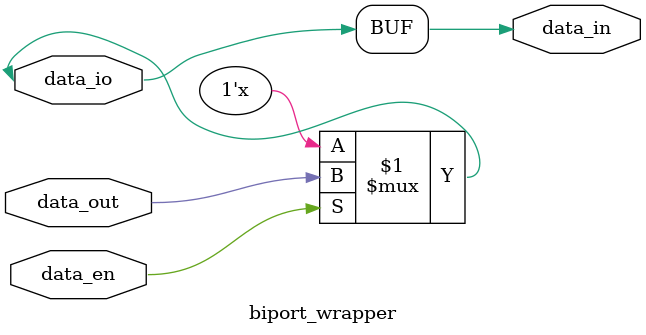
<source format=v>
`timescale 1ns / 1ps
module biport_wrapper(
		data_en,
		data_out,
		data_in,
		data_io
    );
input data_out,data_en;
output data_in;
inout data_io;
assign data_in = data_io;
assign data_io = data_en? data_out:1'bz;
endmodule

</source>
